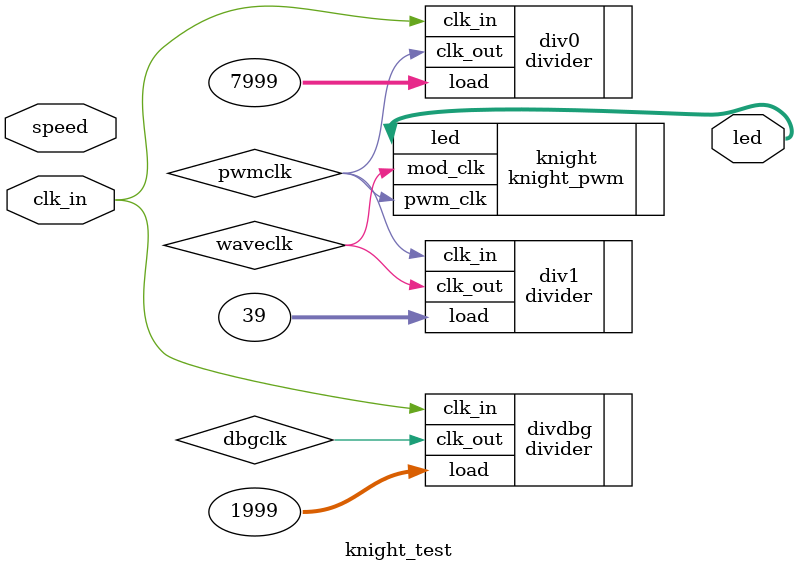
<source format=v>
`timescale 1ns / 1ps


`define TEST_PWM

module knight_test #
  (
   parameter integer N_LEDS = 8,
   parameter integer DIV = 16000000 - 1
   )
   (
    input 	       clk_in,
    input 	       speed, 
    output [N_LEDS-1:0] led
    );

   wire 	       clk;
   wire [23:0] 	       div;


`ifndef TEST_PWM
   assign div = speed  ? DIV >> 1 : DIV;

   divider #(24) divider(.clk_in(clk_in), .clk_out(clk), .load(div));
   
   knight #(N_LEDS) knight(.clk_in(clk), .led(led));
`else

   (* mark_debug = "TRUE" *) wire  pwmclk, dbgclk, waveclk;

   divider #(16) divdbg(.clk_in(clk_in), .load(2000-1), .clk_out(dbgclk));
   divider #(16) div0(.clk_in(clk_in), .load(8000-1), .clk_out(pwmclk));
   divider #(8) div1(.clk_in(pwmclk), .load(40-1), .clk_out(waveclk));

   knight_pwm #(N_LEDS) knight(.pwm_clk(pwmclk), .mod_clk(waveclk), .led(led));

`endif

endmodule

</source>
